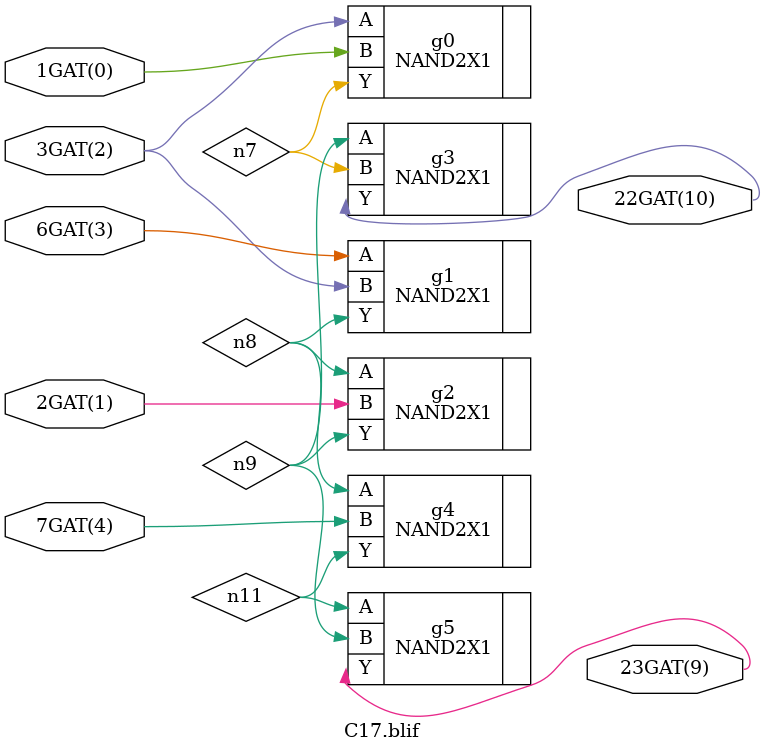
<source format=v>

module C17.blif ( 
    \1GAT(0) , \2GAT(1) , \3GAT(2) , \6GAT(3) , \7GAT(4) ,
    \22GAT(10) , \23GAT(9)   );
  input  \1GAT(0) , \2GAT(1) , \3GAT(2) , \6GAT(3) , \7GAT(4) ;
  output \22GAT(10) , \23GAT(9) ;
  wire n7, n8, n9, n11;
  NAND2X1 g0(.A(\3GAT(2) ), .B(\1GAT(0) ), .Y(n7));
  NAND2X1 g1(.A(\6GAT(3) ), .B(\3GAT(2) ), .Y(n8));
  NAND2X1 g2(.A(n8), .B(\2GAT(1) ), .Y(n9));
  NAND2X1 g3(.A(n9), .B(n7), .Y(\22GAT(10) ));
  NAND2X1 g4(.A(n8), .B(\7GAT(4) ), .Y(n11));
  NAND2X1 g5(.A(n11), .B(n9), .Y(\23GAT(9) ));
endmodule



</source>
